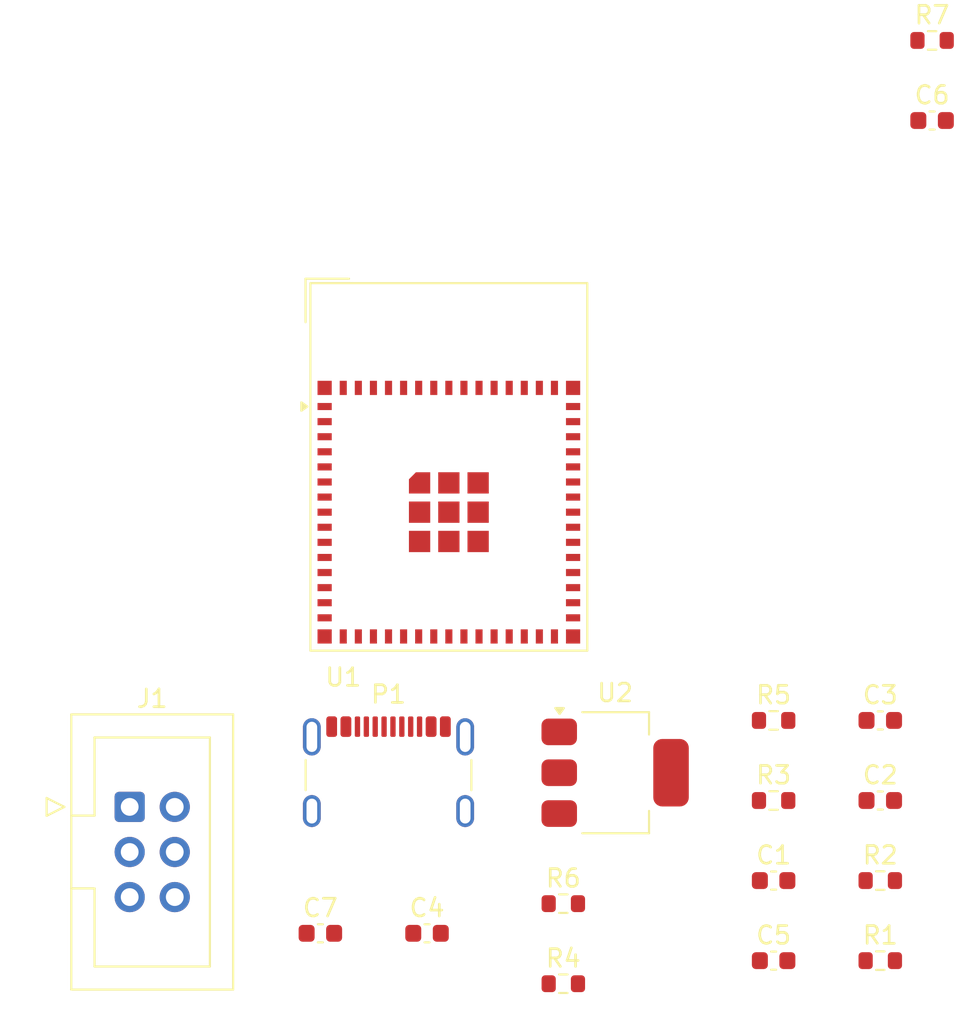
<source format=kicad_pcb>
(kicad_pcb (version 20240108) (generator "pcbnew") (generator_version "8.0")
  (layers (0 "F.Cu" signal) (31 "B.Cu" signal) (34 "B.Paste" user) (35 "F.Paste" user) (36 "B.SilkS" user "B.Silkscreen") (37 "F.SilkS" user "F.Silkscreen") (38 "B.Mask" user) (39 "F.Mask" user) (44 "Edge.Cuts" user))
  (net 0 "")
  (net 1 "GND")
  (net 2 "+3V3")
  (net 3 "+5V")
  (net 4 "Net-(P1-CC)")
  (net 5 "esp32s3mini1/HW_VER")
  (net 6 "5v_monitor")
  (net 7 "3v3_monitor")
  (net 8 "esp32s3mini1/IO0")
  (net 9 "esp32s3mini1/EN")
  (net 10 "esp32s3mini1/RX")
  (net 11 "D+")
  (net 12 "esp32s3mini1/TX")
  (net 13 "D-")
  (footprint "Capacitor_SMD:C_0603_1608Metric" (layer "F.Cu") (at 139.445 82.22)
    (property "Reference" "C5" (at 0 -1.43 0) (layer "F.SilkS"))
    (property "Value" "100nF")
    (fp_line (start -0.14058 -0.51) (end 0.14058 -0.51) (stroke (width 0.12)) (layer "F.SilkS"))
    (fp_line (start -0.14058 0.51) (end 0.14058 0.51) (stroke (width 0.12)) (layer "F.SilkS"))
    (pad "1" smd roundrect (at -0.775 0) (size 0.9 0.95) (layers "F.Cu" "F.Paste" "F.Mask") (net 7 "3v3_monitor"))
    (pad "2" smd roundrect (at 0.775 0) (size 0.9 0.95) (layers "F.Cu" "F.Paste" "F.Mask") (net 1 "GND"))
  )
  (footprint "Capacitor_SMD:C_0603_1608Metric" (layer "F.Cu") (at 145.455 68.69)
    (property "Reference" "C3" (at 0 -1.43 0) (layer "F.SilkS"))
    (property "Value" "10uF")
    (fp_line (start -0.14058 -0.51) (end 0.14058 -0.51) (stroke (width 0.12)) (layer "F.SilkS"))
    (fp_line (start -0.14058 0.51) (end 0.14058 0.51) (stroke (width 0.12)) (layer "F.SilkS"))
    (pad "1" smd roundrect (at -0.775 0) (size 0.9 0.95) (layers "F.Cu" "F.Paste" "F.Mask") (net 2 "+3V3"))
    (pad "2" smd roundrect (at 0.775 0) (size 0.9 0.95) (layers "F.Cu" "F.Paste" "F.Mask") (net 1 "GND"))
  )
  (footprint "Resistor_SMD:R_0603_1608Metric" (layer "F.Cu") (at 145.455 82.22)
    (property "Reference" "R1" (at 0 -1.43 0) (layer "F.SilkS"))
    (property "Value" "1k")
    (fp_line (start -0.237258 -0.5225) (end 0.237258 -0.5225) (stroke (width 0.12)) (layer "F.SilkS"))
    (fp_line (start -0.237258 0.5225) (end 0.237258 0.5225) (stroke (width 0.12)) (layer "F.SilkS"))
    (pad "1" smd roundrect (at -0.825 0) (size 0.8 0.95) (layers "F.Cu" "F.Paste" "F.Mask") (net 5 "esp32s3mini1/HW_VER"))
    (pad "2" smd roundrect (at 0.825 0) (size 0.8 0.95) (layers "F.Cu" "F.Paste" "F.Mask") (net 1 "GND"))
  )
  (footprint "Package_TO_SOT_SMD:SOT-223-3_TabPin2" (layer "F.Cu") (at 130.515 71.635)
    (property "Reference" "U2" (at 0 -4.5 0) (layer "F.SilkS"))
    (property "Value" "NCP1117-3.3_SOT223")
    (fp_line (start -1.85 -3.41) (end 1.91 -3.41) (stroke (width 0.12)) (layer "F.SilkS"))
    (fp_line (start -1.85 3.41) (end 1.91 3.41) (stroke (width 0.12)) (layer "F.SilkS"))
    (fp_line (start 1.91 -3.41) (end 1.91 -2.15) (stroke (width 0.12)) (layer "F.SilkS"))
    (fp_line (start 1.91 3.41) (end 1.91 2.15) (stroke (width 0.12)) (layer "F.SilkS"))
    (fp_poly (pts (xy -3.13 -3.31) (xy -3.37 -3.64) (xy -2.89 -3.64) (xy -3.13 -3.31)) (stroke (width 0.12)) (fill solid) (layer "F.SilkS"))
    (pad "1" smd roundrect (at -3.15 -2.3) (size 2 1.5) (layers "F.Cu" "F.Paste" "F.Mask") (net 1 "GND"))
    (pad "2" smd roundrect (at -3.15 0) (size 2 1.5) (layers "F.Cu" "F.Paste" "F.Mask") (net 2 "+3V3"))
    (pad "2" smd roundrect (at 3.15 0) (size 2 3.8) (layers "F.Cu" "F.Paste" "F.Mask") (net 2 "+3V3"))
    (pad "3" smd roundrect (at -3.15 2.3) (size 2 1.5) (layers "F.Cu" "F.Paste" "F.Mask") (net 3 "+5V"))
  )
  (footprint "Connector_IDC:IDC-Header_2x03_P2.54mm_Vertical" (layer "F.Cu") (at 103.16 73.56)
    (property "Reference" "J1" (at 1.27 -6.1 0) (layer "F.SilkS"))
    (property "Value" "Conn_02x03_Odd_Even")
    (fp_line (start -4.68 -0.5) (end -4.68 0.5) (stroke (width 0.12)) (layer "F.SilkS"))
    (fp_line (start -4.68 0.5) (end -3.68 0) (stroke (width 0.12)) (layer "F.SilkS"))
    (fp_line (start -3.68 0) (end -4.68 -0.5) (stroke (width 0.12)) (layer "F.SilkS"))
    (fp_line (start -3.29 -5.21) (end 5.83 -5.21) (stroke (width 0.12)) (layer "F.SilkS"))
    (fp_line (start -3.29 0.49) (end -1.98 0.49) (stroke (width 0.12)) (layer "F.SilkS"))
    (fp_line (start -3.29 10.29) (end -3.29 -5.21) (stroke (width 0.12)) (layer "F.SilkS"))
    (fp_line (start -1.98 -3.91) (end 4.52 -3.91) (stroke (width 0.12)) (layer "F.SilkS"))
    (fp_line (start -1.98 0.49) (end -1.98 -3.91) (stroke (width 0.12)) (layer "F.SilkS"))
    (fp_line (start -1.98 4.59) (end -3.29 4.59) (stroke (width 0.12)) (layer "F.SilkS"))
    (fp_line (start -1.98 4.59) (end -1.98 4.59) (stroke (width 0.12)) (layer "F.SilkS"))
    (fp_line (start -1.98 8.99) (end -1.98 4.59) (stroke (width 0.12)) (layer "F.SilkS"))
    (fp_line (start 4.52 -3.91) (end 4.52 8.99) (stroke (width 0.12)) (layer "F.SilkS"))
    (fp_line (start 4.52 8.99) (end -1.98 8.99) (stroke (width 0.12)) (layer "F.SilkS"))
    (fp_line (start 5.83 -5.21) (end 5.83 10.29) (stroke (width 0.12)) (layer "F.SilkS"))
    (fp_line (start 5.83 10.29) (end -3.29 10.29) (stroke (width 0.12)) (layer "F.SilkS"))
    (pad "1" thru_hole roundrect (at 0 0) (size 1.7 1.7) (drill 1) (layers "*.Cu" "*.Mask") (roundrect_rratio 0.147059) (net 9 "esp32s3mini1/EN"))
    (pad "2" thru_hole circle (at 2.54 0) (size 1.7 1.7) (drill 1) (layers "*.Cu" "*.Mask") (net 2 "+3V3"))
    (pad "3" thru_hole circle (at 0 2.54) (size 1.7 1.7) (drill 1) (layers "*.Cu" "*.Mask") (net 12 "esp32s3mini1/TX"))
    (pad "4" thru_hole circle (at 2.54 2.54) (size 1.7 1.7) (drill 1) (layers "*.Cu" "*.Mask") (net 1 "GND"))
    (pad "5" thru_hole circle (at 0 5.08) (size 1.7 1.7) (drill 1) (layers "*.Cu" "*.Mask") (net 10 "esp32s3mini1/RX"))
    (pad "6" thru_hole circle (at 2.54 5.08) (size 1.7 1.7) (drill 1) (layers "*.Cu" "*.Mask") (net 8 "esp32s3mini1/IO0"))
  )
  (footprint "Resistor_SMD:R_0603_1608Metric" (layer "F.Cu") (at 127.595 79.01)
    (property "Reference" "R6" (at 0 -1.43 0) (layer "F.SilkS"))
    (property "Value" "2k")
    (fp_line (start -0.237258 -0.5225) (end 0.237258 -0.5225) (stroke (width 0.12)) (layer "F.SilkS"))
    (fp_line (start -0.237258 0.5225) (end 0.237258 0.5225) (stroke (width 0.12)) (layer "F.SilkS"))
    (pad "1" smd roundrect (at -0.825 0) (size 0.8 0.95) (layers "F.Cu" "F.Paste" "F.Mask") (net 2 "+3V3"))
    (pad "2" smd roundrect (at 0.825 0) (size 0.8 0.95) (layers "F.Cu" "F.Paste" "F.Mask") (net 7 "3v3_monitor"))
  )
  (footprint "RF_Module:ESP32-S2-MINI-1" (layer "F.Cu") (at 121.145 54.41)
    (property "Reference" "U1" (at -5.95 11.85 0) (layer "F.SilkS"))
    (property "Value" "ESP32-S3-MINI-1")
    (fp_line (start -8.075 -10.6) (end -8.075 -8.15) (stroke (width 0.12)) (layer "F.SilkS"))
    (fp_line (start -8.075 -10.6) (end -5.625 -10.6) (stroke (width 0.12)) (layer "F.SilkS"))
    (fp_line (start -7.8 -10.35) (end 7.8 -10.35) (stroke (width 0.12)) (layer "F.SilkS"))
    (fp_line (start -7.8 10.35) (end -7.8 -10.35) (stroke (width 0.12)) (layer "F.SilkS"))
    (fp_line (start 7.8 -10.35) (end 7.8 10.35) (stroke (width 0.12)) (layer "F.SilkS"))
    (fp_line (start 7.8 10.35) (end -7.8 10.35) (stroke (width 0.12)) (layer "F.SilkS"))
    (fp_poly (pts (xy -7.975 -3.4) (xy -8.311 -3.16) (xy -8.311 -3.64) (xy -7.975 -3.4)) (stroke (width 0.12)) (fill solid) (layer "F.SilkS"))
    (pad "1" smd rect (at -7 -3.4) (size 0.8 0.4) (layers "F.Cu" "F.Paste" "F.Mask") (net 1 "GND"))
    (pad "2" smd rect (at -7 -2.55) (size 0.8 0.4) (layers "F.Cu" "F.Paste" "F.Mask") (net 1 "GND"))
    (pad "3" smd rect (at -7 -1.7) (size 0.8 0.4) (layers "F.Cu" "F.Paste" "F.Mask") (net 2 "+3V3"))
    (pad "4" smd rect (at -7 -0.85) (size 0.8 0.4) (layers "F.Cu" "F.Paste" "F.Mask") (net 8 "esp32s3mini1/IO0"))
    (pad "5" smd rect (at -7 0) (size 0.8 0.4) (layers "F.Cu" "F.Paste" "F.Mask") (net 5 "esp32s3mini1/HW_VER"))
    (pad "6" smd rect (at -7 0.85) (size 0.8 0.4) (layers "F.Cu" "F.Paste" "F.Mask") (net 7 "3v3_monitor"))
    (pad "7" smd rect (at -7 1.7) (size 0.8 0.4) (layers "F.Cu" "F.Paste" "F.Mask") (net 6 "5v_monitor"))
    (pad "8" smd rect (at -7 2.55) (size 0.8 0.4) (layers "F.Cu" "F.Paste" "F.Mask"))
    (pad "9" smd rect (at -7 3.4) (size 0.8 0.4) (layers "F.Cu" "F.Paste" "F.Mask"))
    (pad "10" smd rect (at -7 4.25) (size 0.8 0.4) (layers "F.Cu" "F.Paste" "F.Mask"))
    (pad "11" smd rect (at -7 5.1) (size 0.8 0.4) (layers "F.Cu" "F.Paste" "F.Mask"))
    (pad "12" smd rect (at -7 5.95) (size 0.8 0.4) (layers "F.Cu" "F.Paste" "F.Mask"))
    (pad "13" smd rect (at -7 6.8) (size 0.8 0.4) (layers "F.Cu" "F.Paste" "F.Mask"))
    (pad "14" smd rect (at -7 7.65) (size 0.8 0.4) (layers "F.Cu" "F.Paste" "F.Mask"))
    (pad "15" smd rect (at -7 8.5) (size 0.8 0.4) (layers "F.Cu" "F.Paste" "F.Mask"))
    (pad "16" smd rect (at -5.95 9.55 90) (size 0.8 0.4) (layers "F.Cu" "F.Paste" "F.Mask"))
    (pad "17" smd rect (at -5.1 9.55 90) (size 0.8 0.4) (layers "F.Cu" "F.Paste" "F.Mask"))
    (pad "18" smd rect (at -4.25 9.55 90) (size 0.8 0.4) (layers "F.Cu" "F.Paste" "F.Mask"))
    (pad "19" smd rect (at -3.4 9.55 90) (size 0.8 0.4) (layers "F.Cu" "F.Paste" "F.Mask"))
    (pad "20" smd rect (at -2.55 9.55 90) (size 0.8 0.4) (layers "F.Cu" "F.Paste" "F.Mask"))
    (pad "21" smd rect (at -1.7 9.55 90) (size 0.8 0.4) (layers "F.Cu" "F.Paste" "F.Mask"))
    (pad "22" smd rect (at -0.85 9.55 90) (size 0.8 0.4) (layers "F.Cu" "F.Paste" "F.Mask"))
    (pad "23" smd rect (at 0 9.55 90) (size 0.8 0.4) (layers "F.Cu" "F.Paste" "F.Mask") (net 13 "D-"))
    (pad "24" smd rect (at 0.85 9.55 90) (size 0.8 0.4) (layers "F.Cu" "F.Paste" "F.Mask") (net 11 "D+"))
    (pad "25" smd rect (at 1.7 9.55 90) (size 0.8 0.4) (layers "F.Cu" "F.Paste" "F.Mask"))
    (pad "26" smd rect (at 2.55 9.55 90) (size 0.8 0.4) (layers "F.Cu" "F.Paste" "F.Mask"))
    (pad "27" smd rect (at 3.4 9.55 90) (size 0.8 0.4) (layers "F.Cu" "F.Paste" "F.Mask"))
    (pad "28" smd rect (at 4.25 9.55 90) (size 0.8 0.4) (layers "F.Cu" "F.Paste" "F.Mask"))
    (pad "29" smd rect (at 5.1 9.55 90) (size 0.8 0.4) (layers "F.Cu" "F.Paste" "F.Mask"))
    (pad "30" smd rect (at 5.95 9.55 90) (size 0.8 0.4) (layers "F.Cu" "F.Paste" "F.Mask"))
    (pad "31" smd rect (at 7 8.5) (size 0.8 0.4) (layers "F.Cu" "F.Paste" "F.Mask"))
    (pad "32" smd rect (at 7 7.65) (size 0.8 0.4) (layers "F.Cu" "F.Paste" "F.Mask"))
    (pad "33" smd rect (at 7 6.8) (size 0.8 0.4) (layers "F.Cu" "F.Paste" "F.Mask"))
    (pad "34" smd rect (at 7 5.95) (size 0.8 0.4) (layers "F.Cu" "F.Paste" "F.Mask"))
    (pad "35" smd rect (at 7 5.1) (size 0.8 0.4) (layers "F.Cu" "F.Paste" "F.Mask"))
    (pad "36" smd rect (at 7 4.25) (size 0.8 0.4) (layers "F.Cu" "F.Paste" "F.Mask"))
    (pad "37" smd rect (at 7 3.4) (size 0.8 0.4) (layers "F.Cu" "F.Paste" "F.Mask"))
    (pad "38" smd rect (at 7 2.55) (size 0.8 0.4) (layers "F.Cu" "F.Paste" "F.Mask"))
    (pad "39" smd rect (at 7 1.7) (size 0.8 0.4) (layers "F.Cu" "F.Paste" "F.Mask") (net 12 "esp32s3mini1/TX"))
    (pad "40" smd rect (at 7 0.85) (size 0.8 0.4) (layers "F.Cu" "F.Paste" "F.Mask") (net 10 "esp32s3mini1/RX"))
    (pad "41" smd rect (at 7 0) (size 0.8 0.4) (layers "F.Cu" "F.Paste" "F.Mask"))
    (pad "42" smd rect (at 7 -0.85) (size 0.8 0.4) (layers "F.Cu" "F.Paste" "F.Mask") (net 1 "GND"))
    (pad "43" smd rect (at 7 -1.7) (size 0.8 0.4) (layers "F.Cu" "F.Paste" "F.Mask") (net 1 "GND"))
    (pad "44" smd rect (at 7 -2.55) (size 0.8 0.4) (layers "F.Cu" "F.Paste" "F.Mask"))
    (pad "45" smd rect (at 7 -3.4) (size 0.8 0.4) (layers "F.Cu" "F.Paste" "F.Mask") (net 9 "esp32s3mini1/EN"))
    (pad "46" smd rect (at 5.95 -4.45 90) (size 0.8 0.4) (layers "F.Cu" "F.Paste" "F.Mask") (net 1 "GND"))
    (pad "47" smd rect (at 5.1 -4.45 90) (size 0.8 0.4) (layers "F.Cu" "F.Paste" "F.Mask") (net 1 "GND"))
    (pad "48" smd rect (at 4.25 -4.45 90) (size 0.8 0.4) (layers "F.Cu" "F.Paste" "F.Mask") (net 1 "GND"))
    (pad "49" smd rect (at 3.4 -4.45 90) (size 0.8 0.4) (layers "F.Cu" "F.Paste" "F.Mask") (net 1 "GND"))
    (pad "50" smd rect (at 2.55 -4.45 90) (size 0.8 0.4) (layers "F.Cu" "F.Paste" "F.Mask") (net 1 "GND"))
    (pad "51" smd rect (at 1.7 -4.45 90) (size 0.8 0.4) (layers "F.Cu" "F.Paste" "F.Mask") (net 1 "GND"))
    (pad "52" smd rect (at 0.85 -4.45 90) (size 0.8 0.4) (layers "F.Cu" "F.Paste" "F.Mask") (net 1 "GND"))
    (pad "53" smd rect (at 0 -4.45 90) (size 0.8 0.4) (layers "F.Cu" "F.Paste" "F.Mask") (net 1 "GND"))
    (pad "54" smd rect (at -0.85 -4.45 90) (size 0.8 0.4) (layers "F.Cu" "F.Paste" "F.Mask") (net 1 "GND"))
    (pad "55" smd rect (at -1.7 -4.45 90) (size 0.8 0.4) (layers "F.Cu" "F.Paste" "F.Mask") (net 1 "GND"))
    (pad "56" smd rect (at -2.55 -4.45 90) (size 0.8 0.4) (layers "F.Cu" "F.Paste" "F.Mask") (net 1 "GND"))
    (pad "57" smd rect (at -3.4 -4.45 90) (size 0.8 0.4) (layers "F.Cu" "F.Paste" "F.Mask") (net 1 "GND"))
    (pad "58" smd rect (at -4.25 -4.45 90) (size 0.8 0.4) (layers "F.Cu" "F.Paste" "F.Mask") (net 1 "GND"))
    (pad "59" smd rect (at -5.1 -4.45 90) (size 0.8 0.4) (layers "F.Cu" "F.Paste" "F.Mask") (net 1 "GND"))
    (pad "60" smd rect (at -5.95 -4.45 90) (size 0.8 0.4) (layers "F.Cu" "F.Paste" "F.Mask") (net 1 "GND"))
    (pad "61" smd roundrect (at -1.65 0.9) (size 1.2 1.2) (layers "F.Cu" "F.Paste" "F.Mask") (roundrect_rratio 0) (chamfer_ratio 0.33) (chamfer top_left) (net 1 "GND"))
    (pad "61" smd rect (at -1.65 2.55) (size 1.2 1.2) (layers "F.Cu" "F.Paste" "F.Mask") (net 1 "GND"))
    (pad "61" smd rect (at -1.65 4.2) (size 1.2 1.2) (layers "F.Cu" "F.Paste" "F.Mask") (net 1 "GND"))
    (pad "61" smd rect (at 0 0.9) (size 1.2 1.2) (layers "F.Cu" "F.Paste" "F.Mask") (net 1 "GND"))
    (pad "61" smd rect (at 0 2.55) (size 1.2 1.2) (layers "F.Cu" "F.Paste" "F.Mask") (net 1 "GND"))
    (pad "61" smd rect (at 0 4.2) (size 1.2 1.2) (layers "F.Cu" "F.Paste" "F.Mask") (net 1 "GND"))
    (pad "61" smd rect (at 1.65 0.9) (size 1.2 1.2) (layers "F.Cu" "F.Paste" "F.Mask") (net 1 "GND"))
    (pad "61" smd rect (at 1.65 2.55) (size 1.2 1.2) (layers "F.Cu" "F.Paste" "F.Mask") (net 1 "GND"))
    (pad "61" smd rect (at 1.65 4.2) (size 1.2 1.2) (layers "F.Cu" "F.Paste" "F.Mask") (net 1 "GND"))
    (pad "62" smd rect (at -7 -4.45) (size 0.8 0.8) (layers "F.Cu" "F.Paste" "F.Mask") (net 1 "GND"))
    (pad "63" smd rect (at -7 9.55) (size 0.8 0.8) (layers "F.Cu" "F.Paste" "F.Mask") (net 1 "GND"))
    (pad "64" smd rect (at 7 9.55) (size 0.8 0.8) (layers "F.Cu" "F.Paste" "F.Mask") (net 1 "GND"))
    (pad "65" smd rect (at 7 -4.45) (size 0.8 0.8) (layers "F.Cu" "F.Paste" "F.Mask") (net 1 "GND"))
  )
  (footprint "Capacitor_SMD:C_0603_1608Metric" (layer "F.Cu") (at 119.915 80.68)
    (property "Reference" "C4" (at 0 -1.43 0) (layer "F.SilkS"))
    (property "Value" "10uF")
    (fp_line (start -0.14058 -0.51) (end 0.14058 -0.51) (stroke (width 0.12)) (layer "F.SilkS"))
    (fp_line (start -0.14058 0.51) (end 0.14058 0.51) (stroke (width 0.12)) (layer "F.SilkS"))
    (pad "1" smd roundrect (at -0.775 0) (size 0.9 0.95) (layers "F.Cu" "F.Paste" "F.Mask") (net 3 "+5V"))
    (pad "2" smd roundrect (at 0.775 0) (size 0.9 0.95) (layers "F.Cu" "F.Paste" "F.Mask") (net 1 "GND"))
  )
  (footprint "Resistor_SMD:R_0603_1608Metric" (layer "F.Cu") (at 127.595 83.52)
    (property "Reference" "R4" (at 0 -1.43 0) (layer "F.SilkS"))
    (property "Value" "1k")
    (fp_line (start -0.237258 -0.5225) (end 0.237258 -0.5225) (stroke (width 0.12)) (layer "F.SilkS"))
    (fp_line (start -0.237258 0.5225) (end 0.237258 0.5225) (stroke (width 0.12)) (layer "F.SilkS"))
    (pad "1" smd roundrect (at -0.825 0) (size 0.8 0.95) (layers "F.Cu" "F.Paste" "F.Mask") (net 7 "3v3_monitor"))
    (pad "2" smd roundrect (at 0.825 0) (size 0.8 0.95) (layers "F.Cu" "F.Paste" "F.Mask") (net 1 "GND"))
  )
  (footprint "Capacitor_SMD:C_0603_1608Metric" (layer "F.Cu") (at 113.905 80.68)
    (property "Reference" "C7" (at 0 -1.43 0) (layer "F.SilkS"))
    (property "Value" "10uF")
    (fp_line (start -0.14058 -0.51) (end 0.14058 -0.51) (stroke (width 0.12)) (layer "F.SilkS"))
    (fp_line (start -0.14058 0.51) (end 0.14058 0.51) (stroke (width 0.12)) (layer "F.SilkS"))
    (pad "1" smd roundrect (at -0.775 0) (size 0.9 0.95) (layers "F.Cu" "F.Paste" "F.Mask") (net 3 "+5V"))
    (pad "2" smd roundrect (at 0.775 0) (size 0.9 0.95) (layers "F.Cu" "F.Paste" "F.Mask") (net 1 "GND"))
  )
  (footprint "Resistor_SMD:R_0603_1608Metric" (layer "F.Cu") (at 139.445 68.69)
    (property "Reference" "R5" (at 0 -1.43 0) (layer "F.SilkS"))
    (property "Value" "1k")
    (fp_line (start -0.237258 -0.5225) (end 0.237258 -0.5225) (stroke (width 0.12)) (layer "F.SilkS"))
    (fp_line (start -0.237258 0.5225) (end 0.237258 0.5225) (stroke (width 0.12)) (layer "F.SilkS"))
    (pad "1" smd roundrect (at -0.825 0) (size 0.8 0.95) (layers "F.Cu" "F.Paste" "F.Mask") (net 6 "5v_monitor"))
    (pad "2" smd roundrect (at 0.825 0) (size 0.8 0.95) (layers "F.Cu" "F.Paste" "F.Mask") (net 1 "GND"))
  )
  (footprint "Resistor_SMD:R_0603_1608Metric" (layer "F.Cu") (at 148.375 30.39)
    (property "Reference" "R7" (at 0 -1.43 0) (layer "F.SilkS"))
    (property "Value" "5.1K")
    (fp_line (start -0.237258 -0.5225) (end 0.237258 -0.5225) (stroke (width 0.12)) (layer "F.SilkS"))
    (fp_line (start -0.237258 0.5225) (end 0.237258 0.5225) (stroke (width 0.12)) (layer "F.SilkS"))
    (pad "1" smd roundrect (at -0.825 0) (size 0.8 0.95) (layers "F.Cu" "F.Paste" "F.Mask") (net 4 "Net-(P1-CC)"))
    (pad "2" smd roundrect (at 0.825 0) (size 0.8 0.95) (layers "F.Cu" "F.Paste" "F.Mask") (net 1 "GND"))
  )
  (footprint "Capacitor_SMD:C_0603_1608Metric" (layer "F.Cu") (at 148.375 34.9)
    (property "Reference" "C6" (at 0 -1.43 0) (layer "F.SilkS"))
    (property "Value" "100nF")
    (fp_line (start -0.14058 -0.51) (end 0.14058 -0.51) (stroke (width 0.12)) (layer "F.SilkS"))
    (fp_line (start -0.14058 0.51) (end 0.14058 0.51) (stroke (width 0.12)) (layer "F.SilkS"))
    (pad "1" smd roundrect (at -0.775 0) (size 0.9 0.95) (layers "F.Cu" "F.Paste" "F.Mask") (net 6 "5v_monitor"))
    (pad "2" smd roundrect (at 0.775 0) (size 0.9 0.95) (layers "F.Cu" "F.Paste" "F.Mask") (net 1 "GND"))
  )
  (footprint "Connector_USB:USB_C_Receptacle_GCT_USB4105-xx-A_16P_TopMnt_Horizontal" (layer "F.Cu") (at 117.745 72.72)
    (property "Reference" "P1" (at 0 -5.5 0) (layer "F.SilkS"))
    (property "Value" "USB_C_Plug_USB2.0")
    (fp_line (start -4.67 -0.1) (end -4.67 -1.8) (stroke (width 0.12)) (layer "F.SilkS"))
    (fp_line (start 4.67 -0.1) (end 4.67 -1.8) (stroke (width 0.12)) (layer "F.SilkS"))
    (pad "" np_thru_hole circle (at -2.89 -2.605) (size 0.65 0.65) (drill 0.65) (layers "F&B.Cu" "*.Mask"))
    (pad "" np_thru_hole circle (at 2.89 -2.605) (size 0.65 0.65) (drill 0.65) (layers "F&B.Cu" "*.Mask"))
    (pad "A1" smd roundrect (at -3.2 -3.68) (size 0.6 1.15) (layers "F.Cu" "F.Paste" "F.Mask") (net 1 "GND"))
    (pad "A4" smd roundrect (at -2.4 -3.68) (size 0.6 1.15) (layers "F.Cu" "F.Paste" "F.Mask") (net 3 "+5V"))
    (pad "A5" smd roundrect (at -1.25 -3.68) (size 0.3 1.15) (layers "F.Cu" "F.Paste" "F.Mask") (net 4 "Net-(P1-CC)"))
    (pad "A6" smd roundrect (at -0.25 -3.68) (size 0.3 1.15) (layers "F.Cu" "F.Paste" "F.Mask") (net 11 "D+"))
    (pad "A7" smd roundrect (at 0.25 -3.68) (size 0.3 1.15) (layers "F.Cu" "F.Paste" "F.Mask") (net 13 "D-"))
    (pad "A8" smd roundrect (at 1.25 -3.68) (size 0.3 1.15) (layers "F.Cu" "F.Paste" "F.Mask"))
    (pad "A9" smd roundrect (at 2.4 -3.68) (size 0.6 1.15) (layers "F.Cu" "F.Paste" "F.Mask") (net 3 "+5V"))
    (pad "A12" smd roundrect (at 3.2 -3.68) (size 0.6 1.15) (layers "F.Cu" "F.Paste" "F.Mask") (net 1 "GND"))
    (pad "B1" smd roundrect (at 3.2 -3.68) (size 0.6 1.15) (layers "F.Cu" "F.Paste" "F.Mask") (net 1 "GND"))
    (pad "B4" smd roundrect (at 2.4 -3.68) (size 0.6 1.15) (layers "F.Cu" "F.Paste" "F.Mask") (net 3 "+5V"))
    (pad "B5" smd roundrect (at 1.75 -3.68) (size 0.3 1.15) (layers "F.Cu" "F.Paste" "F.Mask"))
    (pad "B6" smd roundrect (at 0.75 -3.68) (size 0.3 1.15) (layers "F.Cu" "F.Paste" "F.Mask"))
    (pad "B7" smd roundrect (at -0.75 -3.68) (size 0.3 1.15) (layers "F.Cu" "F.Paste" "F.Mask"))
    (pad "B8" smd roundrect (at -1.75 -3.68) (size 0.3 1.15) (layers "F.Cu" "F.Paste" "F.Mask"))
    (pad "B9" smd roundrect (at -2.4 -3.68) (size 0.6 1.15) (layers "F.Cu" "F.Paste" "F.Mask") (net 3 "+5V"))
    (pad "B12" smd roundrect (at -3.2 -3.68) (size 0.6 1.15) (layers "F.Cu" "F.Paste" "F.Mask") (net 1 "GND"))
    (pad "S1" thru_hole oval (at -4.32 -3.105) (size 1 2.1) (drill oval 0.6 1.7) (layers "*.Cu" "*.Mask" "F.Paste") (net 1 "GND"))
    (pad "S1" thru_hole oval (at -4.32 1.075) (size 1 1.8) (drill oval 0.6 1.4) (layers "*.Cu" "*.Mask" "F.Paste") (net 1 "GND"))
    (pad "S1" thru_hole oval (at 4.32 -3.105) (size 1 2.1) (drill oval 0.6 1.7) (layers "*.Cu" "*.Mask" "F.Paste") (net 1 "GND"))
    (pad "S1" thru_hole oval (at 4.32 1.075) (size 1 1.8) (drill oval 0.6 1.4) (layers "*.Cu" "*.Mask" "F.Paste") (net 1 "GND"))
  )
  (footprint "Resistor_SMD:R_0603_1608Metric" (layer "F.Cu") (at 145.455 77.71)
    (property "Reference" "R2" (at 0 -1.43 0) (layer "F.SilkS"))
    (property "Value" "2k")
    (fp_line (start -0.237258 -0.5225) (end 0.237258 -0.5225) (stroke (width 0.12)) (layer "F.SilkS"))
    (fp_line (start -0.237258 0.5225) (end 0.237258 0.5225) (stroke (width 0.12)) (layer "F.SilkS"))
    (pad "1" smd roundrect (at -0.825 0) (size 0.8 0.95) (layers "F.Cu" "F.Paste" "F.Mask") (net 2 "+3V3"))
    (pad "2" smd roundrect (at 0.825 0) (size 0.8 0.95) (layers "F.Cu" "F.Paste" "F.Mask") (net 5 "esp32s3mini1/HW_VER"))
  )
  (footprint "Resistor_SMD:R_0603_1608Metric" (layer "F.Cu") (at 139.445 73.2)
    (property "Reference" "R3" (at 0 -1.43 0) (layer "F.SilkS"))
    (property "Value" "2k")
    (fp_line (start -0.237258 -0.5225) (end 0.237258 -0.5225) (stroke (width 0.12)) (layer "F.SilkS"))
    (fp_line (start -0.237258 0.5225) (end 0.237258 0.5225) (stroke (width 0.12)) (layer "F.SilkS"))
    (pad "1" smd roundrect (at -0.825 0) (size 0.8 0.95) (layers "F.Cu" "F.Paste" "F.Mask") (net 3 "+5V"))
    (pad "2" smd roundrect (at 0.825 0) (size 0.8 0.95) (layers "F.Cu" "F.Paste" "F.Mask") (net 6 "5v_monitor"))
  )
  (footprint "Capacitor_SMD:C_0603_1608Metric" (layer "F.Cu") (at 145.455 73.2)
    (property "Reference" "C2" (at 0 -1.43 0) (layer "F.SilkS"))
    (property "Value" "100nF")
    (fp_line (start -0.14058 -0.51) (end 0.14058 -0.51) (stroke (width 0.12)) (layer "F.SilkS"))
    (fp_line (start -0.14058 0.51) (end 0.14058 0.51) (stroke (width 0.12)) (layer "F.SilkS"))
    (pad "1" smd roundrect (at -0.775 0) (size 0.9 0.95) (layers "F.Cu" "F.Paste" "F.Mask") (net 5 "esp32s3mini1/HW_VER"))
    (pad "2" smd roundrect (at 0.775 0) (size 0.9 0.95) (layers "F.Cu" "F.Paste" "F.Mask") (net 1 "GND"))
  )
  (footprint "Capacitor_SMD:C_0603_1608Metric" (layer "F.Cu") (at 139.445 77.71)
    (property "Reference" "C1" (at 0 -1.43 0) (layer "F.SilkS"))
    (property "Value" "10uF")
    (fp_line (start -0.14058 -0.51) (end 0.14058 -0.51) (stroke (width 0.12)) (layer "F.SilkS"))
    (fp_line (start -0.14058 0.51) (end 0.14058 0.51) (stroke (width 0.12)) (layer "F.SilkS"))
    (pad "1" smd roundrect (at -0.775 0) (size 0.9 0.95) (layers "F.Cu" "F.Paste" "F.Mask") (net 2 "+3V3"))
    (pad "2" smd roundrect (at 0.775 0) (size 0.9 0.95) (layers "F.Cu" "F.Paste" "F.Mask") (net 1 "GND"))
  )
)
</source>
